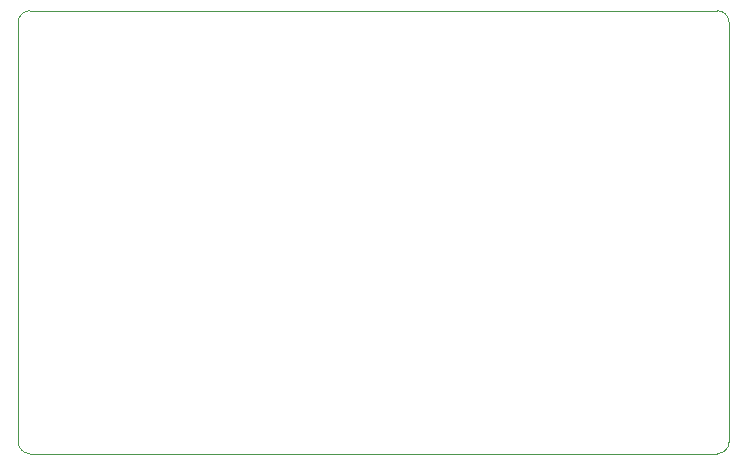
<source format=gbr>
%TF.GenerationSoftware,KiCad,Pcbnew,9.0.3*%
%TF.CreationDate,2025-07-20T22:32:55-06:00*%
%TF.ProjectId,bare_mega_1284,62617265-5f6d-4656-9761-5f313238342e,rev?*%
%TF.SameCoordinates,Original*%
%TF.FileFunction,Profile,NP*%
%FSLAX46Y46*%
G04 Gerber Fmt 4.6, Leading zero omitted, Abs format (unit mm)*
G04 Created by KiCad (PCBNEW 9.0.3) date 2025-07-20 22:32:55*
%MOMM*%
%LPD*%
G01*
G04 APERTURE LIST*
%TA.AperFunction,Profile*%
%ADD10C,0.050000*%
%TD*%
G04 APERTURE END LIST*
D10*
X176000000Y-117480000D02*
G75*
G02*
X175000000Y-118480000I-1000000J0D01*
G01*
X175000000Y-80980000D02*
G75*
G02*
X176000000Y-81980000I0J-1000000D01*
G01*
X116800000Y-118480000D02*
G75*
G02*
X115800000Y-117480000I0J1000000D01*
G01*
X115800000Y-81980000D02*
G75*
G02*
X116800000Y-80980000I1000000J0D01*
G01*
X175000000Y-118480000D02*
X116800000Y-118480000D01*
X176000000Y-81980000D02*
X176000000Y-117480000D01*
X116800000Y-80980000D02*
X175000000Y-80980000D01*
X115800000Y-117480000D02*
X115800000Y-81980000D01*
M02*

</source>
